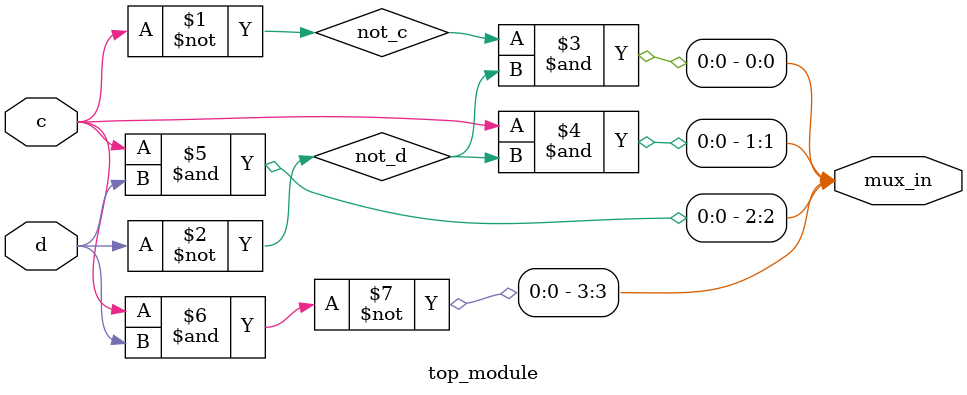
<source format=sv>
module top_module (
	input c,
	input d,
	output [3:0] mux_in
);

wire not_c, not_d, not_b, not_a;
assign not_c = ~c;
assign not_d = ~d;
assign not_b = not_a;

assign mux_in[0] = not_c & not_d;
assign mux_in[1] = c & not_d;
assign mux_in[2] = c & d;
assign mux_in[3] = ~(c & d);

endmodule

</source>
